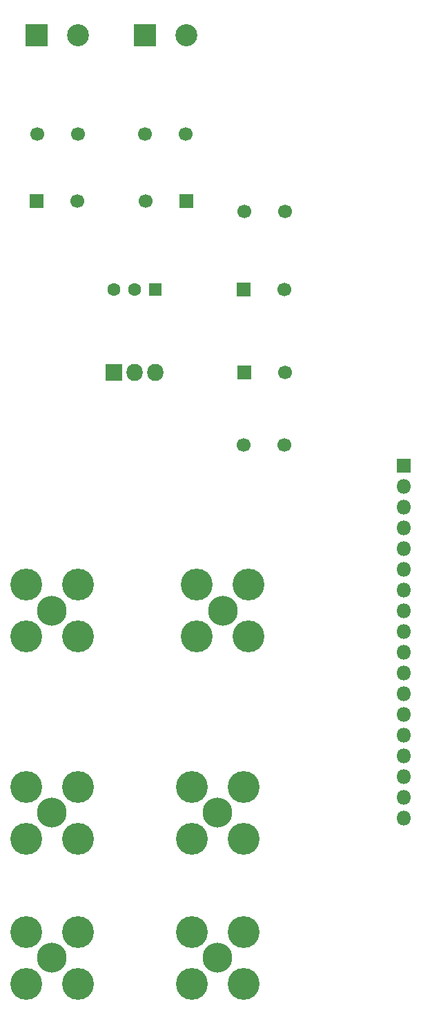
<source format=gbr>
%TF.GenerationSoftware,KiCad,Pcbnew,(5.1.6)-1*%
%TF.CreationDate,2021-03-12T10:12:50+01:00*%
%TF.ProjectId,carte_alim_signaux,63617274-655f-4616-9c69-6d5f7369676e,rev?*%
%TF.SameCoordinates,Original*%
%TF.FileFunction,Soldermask,Top*%
%TF.FilePolarity,Negative*%
%FSLAX46Y46*%
G04 Gerber Fmt 4.6, Leading zero omitted, Abs format (unit mm)*
G04 Created by KiCad (PCBNEW (5.1.6)-1) date 2021-03-12 10:12:50*
%MOMM*%
%LPD*%
G01*
G04 APERTURE LIST*
%ADD10C,3.910000*%
%ADD11C,3.656000*%
%ADD12C,2.700000*%
%ADD13R,2.700000X2.700000*%
%ADD14R,1.800000X1.800000*%
%ADD15O,1.800000X1.800000*%
%ADD16C,1.700000*%
%ADD17R,1.700000X1.700000*%
%ADD18R,2.005000X2.100000*%
%ADD19O,2.005000X2.100000*%
%ADD20C,1.600000*%
%ADD21R,1.600000X1.600000*%
G04 APERTURE END LIST*
D10*
%TO.C,J1*%
X132715000Y-138430000D03*
X126365000Y-138430000D03*
X132715000Y-132080000D03*
D11*
X129540000Y-135255000D03*
D10*
X126365000Y-132080000D03*
%TD*%
%TO.C,J2*%
X105410000Y-132080000D03*
D11*
X108585000Y-135255000D03*
D10*
X111760000Y-132080000D03*
X105410000Y-138430000D03*
X111760000Y-138430000D03*
%TD*%
%TO.C,J3*%
X105410000Y-156845000D03*
D11*
X108585000Y-160020000D03*
D10*
X111760000Y-156845000D03*
X105410000Y-163195000D03*
X111760000Y-163195000D03*
%TD*%
%TO.C,J4*%
X132080000Y-163195000D03*
X125730000Y-163195000D03*
X132080000Y-156845000D03*
D11*
X128905000Y-160020000D03*
D10*
X125730000Y-156845000D03*
%TD*%
%TO.C,J5*%
X105410000Y-174625000D03*
D11*
X108585000Y-177800000D03*
D10*
X111760000Y-174625000D03*
X105410000Y-180975000D03*
X111760000Y-180975000D03*
%TD*%
%TO.C,J6*%
X132080000Y-180975000D03*
X125730000Y-180975000D03*
X132080000Y-174625000D03*
D11*
X128905000Y-177800000D03*
D10*
X125730000Y-174625000D03*
%TD*%
D12*
%TO.C,J7*%
X125095000Y-64770000D03*
D13*
X120015000Y-64770000D03*
%TD*%
%TO.C,J8*%
X106680000Y-64770000D03*
D12*
X111760000Y-64770000D03*
%TD*%
D14*
%TO.C,J9*%
X151765000Y-117475000D03*
D15*
X151765000Y-120015000D03*
X151765000Y-122555000D03*
X151765000Y-125095000D03*
X151765000Y-127635000D03*
X151765000Y-130175000D03*
X151765000Y-132715000D03*
X151765000Y-135255000D03*
X151765000Y-137795000D03*
X151765000Y-140335000D03*
X151765000Y-142875000D03*
X151765000Y-145415000D03*
X151765000Y-147955000D03*
X151765000Y-150495000D03*
X151765000Y-153035000D03*
X151765000Y-155575000D03*
X151765000Y-158115000D03*
X151765000Y-160655000D03*
%TD*%
D16*
%TO.C,C1*%
X125015000Y-76835000D03*
X120015000Y-76835000D03*
%TD*%
%TO.C,C2*%
X111760000Y-76835000D03*
X106760000Y-76835000D03*
%TD*%
%TO.C,C3*%
X120095000Y-85090000D03*
D17*
X125095000Y-85090000D03*
%TD*%
D16*
%TO.C,C4*%
X111680000Y-85090000D03*
D17*
X106680000Y-85090000D03*
%TD*%
%TO.C,C5*%
X132160000Y-106045000D03*
D16*
X137160000Y-106045000D03*
%TD*%
D17*
%TO.C,C6*%
X132080000Y-95885000D03*
D16*
X137080000Y-95885000D03*
%TD*%
%TO.C,C7*%
X137080000Y-114935000D03*
X132080000Y-114935000D03*
%TD*%
%TO.C,C8*%
X132160000Y-86360000D03*
X137160000Y-86360000D03*
%TD*%
D18*
%TO.C,U1*%
X116205000Y-106045000D03*
D19*
X118745000Y-106045000D03*
X121285000Y-106045000D03*
%TD*%
D20*
%TO.C,U2*%
X118745000Y-95885000D03*
X116205000Y-95885000D03*
D21*
X121285000Y-95885000D03*
%TD*%
M02*

</source>
